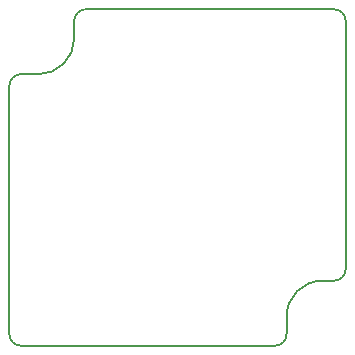
<source format=gbr>
G04 DesignSpark PCB Gerber Version 10.0 Build 5299*
G04 #@! TF.Part,Single*
%FSLAX35Y35*%
%MOIN*%
%ADD12C,0.00500*%
G04 #@! TD.AperFunction*
X0Y0D02*
D02*
D12*
X14791Y2074D02*
G75*
G02*
X10641Y6225I-220J3931D01*
G01*
Y88625D01*
G75*
G02*
X14642Y92626I3937J64D01*
G01*
X20357D01*
G75*
G03*
X32294Y104563I127J11810D01*
G01*
Y110217D01*
G75*
G02*
X36357Y114279I3935J128D01*
G01*
X118791D01*
G75*
G02*
X122846Y110225I119J-3935D01*
G01*
Y27825D01*
G75*
G02*
X118749Y23728I-3933J-163D01*
G01*
X115157D01*
G75*
G03*
X103106Y11676I-243J-11809D01*
G01*
Y6225D01*
G75*
G02*
X98955Y2074I-3931J-220D01*
G01*
X14791D01*
X0Y0D02*
M02*

</source>
